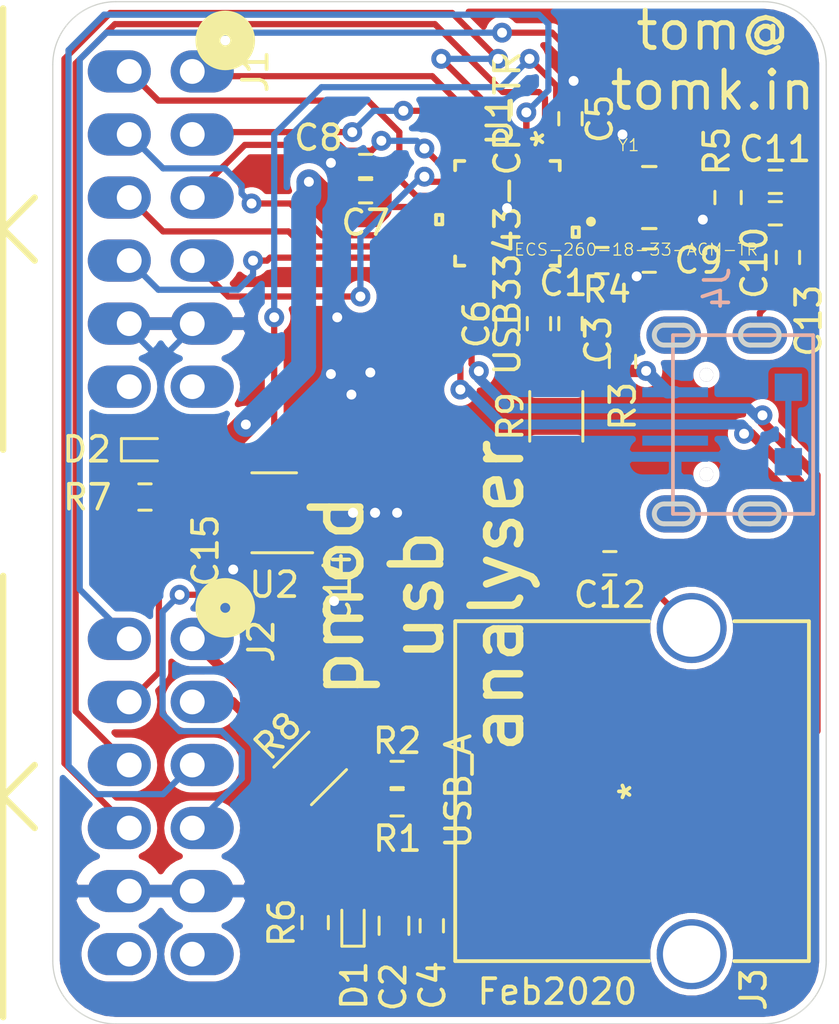
<source format=kicad_pcb>
(kicad_pcb (version 20171130) (host pcbnew 5.1.4+dfsg1-1)
  (layers (0 F.Cu signal) (31 B.Cu signal) (34 B.Paste user) (35 F.Paste user) (36 B.SilkS user) (37 F.SilkS user) (38 B.Mask user) (39 F.Mask user) (44 Edge.Cuts user))
  (net 0 "")
  (net 1 +3V3)
  (net 2 GND)
  (net 3 "Net-(D1-Pad1)")
  (net 4 "Net-(D2-Pad1)")
  (net 5 "Net-(J2-Pad2)")
  (net 6 USB_DP)
  (net 7 USB_DN)
  (net 8 /VBUS)
  (net 9 /VDD18)
  (net 10 /VDD33)
  (net 11 /ID)
  (net 12 /X0)
  (net 13 /XI)
  (net 14 /J3_SHIELD)
  (net 15 /J4_SHIELD)
  (net 16 /DATA3)
  (net 17 /DATA7)
  (net 18 /DATA2)
  (net 19 /DATA6)
  (net 20 /DATA1)
  (net 21 /DATA5)
  (net 22 /DATA0)
  (net 23 /DATA4)
  (net 24 /STP)
  (net 25 /CLKOUT)
  (net 26 /DIR)
  (net 27 /USER_LED)
  (net 28 /NXT)
  (net 29 /RESETB)
  (net 30 /VBUS_SENSE)
  (net 31 /RBIAS)
  (net 32 /USB_TAP_DP)
  (net 33 VBUS2)
  (net 34 "Net-(J1-Pad6)")
  (net 35 "Net-(J1-Pad12)")
  (net 36 "Net-(J2-Pad6)")
  (net 37 "Net-(J2-Pad12)")
  (net 38 "Net-(J4-Pad4)")
  (net 39 "Net-(U2-Pad4)")
  (net 40 VBUS1)
  (module LEDs:LED_0402 (layer F.Cu) (at 43.815 57.15)
    (fp_text reference D2 (at -2.3495 -0.0127) (layer F.SilkS))
    (fp_text value LED)
    (pad 2 smd rect (at 0.55 0 180) (size 0.6 0.7) (layers F.Cu F.Paste F.Mask) (net 1 +3V3))
    (pad 1 smd rect (at -0.55 0 180) (size 0.6 0.7) (layers F.Cu F.Paste F.Mask) (net 4 "Net-(D2-Pad1)"))
  )
  (module tom-semiconductors:SOT-23-5_HandSoldering (layer F.Cu) (at 49.022 59.69 180)
    (fp_text reference U2 (at 0 -2.9) (layer F.SilkS))
    (fp_text value AP2112K-3.3)
    (pad 5 smd rect (at 1.35 -0.95 180) (size 1.56 0.65) (layers F.Cu F.Paste F.Mask) (net 1 +3V3))
    (pad 4 smd rect (at 1.35 0.95 180) (size 1.56 0.65) (layers F.Cu F.Paste F.Mask) (net 39 "Net-(U2-Pad4)"))
    (pad 3 smd rect (at -1.35 0.95 180) (size 1.56 0.65) (layers F.Cu F.Paste F.Mask) (net 40 VBUS1))
    (pad 2 smd rect (at -1.35 0 180) (size 1.56 0.65) (layers F.Cu F.Paste F.Mask) (net 2 GND))
    (pad 1 smd rect (at -1.35 -0.95 180) (size 1.56 0.65) (layers F.Cu F.Paste F.Mask) (net 40 VBUS1))
  )
  (module tom-passives:C_0402_1005Metric (layer F.Cu) (at 45.085 61.214 270)
    (fp_text reference C15 (at 0 -1.17 90) (layer F.SilkS))
    (fp_text value 1uF)
    (pad 2 smd roundrect (at 0.485 0 270) (size 0.59 0.64) (layers F.Cu F.Paste F.Mask) (net 2 GND))
    (pad 1 smd roundrect (at -0.485 0 270) (size 0.59 0.64) (layers F.Cu F.Paste F.Mask) (net 1 +3V3))
  )
  (module tom-passives:C_0402_1005Metric (layer F.Cu) (at 50.419 62.738 270)
    (fp_text reference C14 (at 0 -1.17 90) (layer F.SilkS))
    (fp_text value 1uF)
    (pad 2 smd roundrect (at 0.485 0 270) (size 0.59 0.64) (layers F.Cu F.Paste F.Mask) (net 2 GND))
    (pad 1 smd roundrect (at -0.485 0 270) (size 0.59 0.64) (layers F.Cu F.Paste F.Mask) (net 40 VBUS1))
  )
  (module Resistors_SMD:R_1206 (layer F.Cu) (at 60.3885 55.806 90)
    (fp_text reference R9 (at 0 -1.85 90) (layer F.SilkS))
    (fp_text value R)
    (pad 1 smd rect (at -1.45 0 90) (size 0.9 1.7) (layers F.Cu F.Paste F.Mask) (net 40 VBUS1))
    (pad 2 smd rect (at 1.45 0 90) (size 0.9 1.7) (layers F.Cu F.Paste F.Mask) (net 33 VBUS2))
  )
  (module Resistors_SMD:R_1206 (layer F.Cu) (at 50.473195 69.986305 45)
    (fp_text reference R8 (at 0 -1.85 45) (layer F.SilkS))
    (fp_text value R)
    (pad 1 smd rect (at -1.45 0 45) (size 0.9 1.7) (layers F.Cu F.Paste F.Mask) (net 8 /VBUS))
    (pad 2 smd rect (at 1.45 0 45) (size 0.9 1.7) (layers F.Cu F.Paste F.Mask) (net 40 VBUS1))
  )
  (module 875832010BLF:87583-2010BLF (layer F.Cu) (at 63.454827 70.912155 90)
    (fp_text reference J3 (at -7.980245 4.883873 90) (layer F.SilkS))
    (fp_text value USB_A (at 0.008055 -7.012627 90) (layer F.SilkS))
    (fp_text user * (at 0 0 90) (layer F.SilkS))
    (pad 5 thru_hole circle (at 6.578055 2.387372 180) (size 2.8194 2.8194) (drill 2.3114) (layers *.Cu *.Mask) (net 14 /J3_SHIELD))
    (pad 5 thru_hole circle (at -6.561945 2.387372 180) (size 2.8194 2.8194) (drill 2.3114) (layers *.Cu *.Mask) (net 14 /J3_SHIELD))
    (pad 4 smd rect (at 3.508055 -1.221427 90) (size 1.12 2.879999) (layers F.Cu F.Paste F.Mask) (net 2 GND))
    (pad 3 smd rect (at 1.008056 -1.221427 90) (size 1.12 2.879999) (layers F.Cu F.Paste F.Mask) (net 6 USB_DP))
    (pad 2 smd rect (at -0.991945 -1.221427 90) (size 1.12 2.879999) (layers F.Cu F.Paste F.Mask) (net 7 USB_DN))
    (pad 1 smd rect (at -3.491945 -1.221427 90) (size 1.12 2.879999) (layers F.Cu F.Paste F.Mask) (net 8 /VBUS))
  )
  (module Capacitors_SMD:C_0402 (layer F.Cu) (at 62.5475 61.722 180)
    (fp_text reference C12 (at 0 -1.27) (layer F.SilkS))
    (fp_text value 0.1uF/6.3V)
    (pad 1 smd rect (at -0.55 0 180) (size 0.6 0.5) (layers F.Cu F.Paste F.Mask) (net 14 /J3_SHIELD))
    (pad 2 smd rect (at 0.55 0 180) (size 0.6 0.5) (layers F.Cu F.Paste F.Mask) (net 2 GND))
  )
  (module ECS-260-18-33-AGM-TR:XTAL_ECS-260-18-33-AGM-TR (layer F.Cu) (at 64.135 46.99)
    (fp_text reference Y1 (at -0.832512 -2.10913) (layer F.SilkS) (effects (font (size 0.480987 0.480987) (thickness 0.05))))
    (fp_text value ECS-260-18-33-AGM-TR (at -0.526667 2.09786) (layer F.SilkS) (effects (font (size 0.480609 0.480609) (thickness 0.05))))
    (pad 4 smd rect (at -1.15 -0.9) (size 1.3 1.1) (layers F.Cu F.Paste F.Mask) (net 2 GND))
    (pad 3 smd rect (at 1.15 -0.9) (size 1.3 1.1) (layers F.Cu F.Paste F.Mask) (net 13 /XI))
    (pad 2 smd rect (at 1.15 0.9) (size 1.3 1.1) (layers F.Cu F.Paste F.Mask) (net 2 GND))
    (pad 1 smd rect (at -1.15 0.9) (size 1.3 1.1) (layers F.Cu F.Paste F.Mask) (net 12 /X0))
  )
  (module footprints:USB3343-CP-TR (layer F.Cu) (at 58.42 47.625 270)
    (fp_text reference U1 (at -3.72872 0.30988 90) (layer F.SilkS))
    (fp_text value USB3343-CP-TR (at 0 0 90) (layer F.SilkS))
    (fp_text user * (at -3.005099 -1.524 90) (layer F.SilkS))
    (pad 25 smd rect (at 0 0 270) (size 2.5908 2.5908) (layers F.Cu F.Paste F.Mask) (net 2 GND))
    (pad 24 smd rect (at -1.27 -1.9661 270) (size 0.2648 0.807999) (layers F.Cu F.Paste F.Mask) (net 24 /STP))
    (pad 23 smd rect (at -0.762 -1.9661 270) (size 0.2648 0.807999) (layers F.Cu F.Paste F.Mask) (net 9 /VDD18))
    (pad 22 smd rect (at -0.254 -1.9661 270) (size 0.2648 0.807999) (layers F.Cu F.Paste F.Mask) (net 29 /RESETB))
    (pad 21 smd rect (at 0.254 -1.9661 270) (size 0.2648 0.807999) (layers F.Cu F.Paste F.Mask) (net 13 /XI))
    (pad 20 smd rect (at 0.762 -1.9661 270) (size 0.2648 0.807999) (layers F.Cu F.Paste F.Mask) (net 12 /X0))
    (pad 19 smd rect (at 1.27 -1.9661 270) (size 0.2648 0.807999) (layers F.Cu F.Paste F.Mask) (net 31 /RBIAS))
    (pad 18 smd rect (at 1.9661 -1.27) (size 0.2648 0.807999) (layers F.Cu F.Paste F.Mask) (net 11 /ID))
    (pad 17 smd rect (at 1.9661 -0.762) (size 0.2648 0.807999) (layers F.Cu F.Paste F.Mask) (net 30 /VBUS_SENSE))
    (pad 16 smd rect (at 1.9661 -0.254) (size 0.2648 0.807999) (layers F.Cu F.Paste F.Mask) (net 33 VBUS2))
    (pad 15 smd rect (at 1.9661 0.254) (size 0.2648 0.807999) (layers F.Cu F.Paste F.Mask) (net 10 /VDD33))
    (pad 14 smd rect (at 1.9661 0.762) (size 0.2648 0.807999) (layers F.Cu F.Paste F.Mask) (net 7 USB_DN))
    (pad 13 smd rect (at 1.9661 1.27) (size 0.2648 0.807999) (layers F.Cu F.Paste F.Mask) (net 6 USB_DP))
    (pad 12 smd rect (at 1.27 1.9661 270) (size 0.2648 0.807999) (layers F.Cu F.Paste F.Mask) (net 17 /DATA7))
    (pad 11 smd rect (at 0.762 1.9661 270) (size 0.2648 0.807999) (layers F.Cu F.Paste F.Mask) (net 19 /DATA6))
    (pad 10 smd rect (at 0.254 1.9661 270) (size 0.2648 0.807999) (layers F.Cu F.Paste F.Mask) (net 21 /DATA5))
    (pad 9 smd rect (at -0.254 1.9661 270) (size 0.2648 0.807999) (layers F.Cu F.Paste F.Mask) (net 1 +3V3))
    (pad 8 smd rect (at -0.762 1.9661 270) (size 0.2648 0.807999) (layers F.Cu F.Paste F.Mask) (net 23 /DATA4))
    (pad 7 smd rect (at -1.27 1.9661 270) (size 0.2648 0.807999) (layers F.Cu F.Paste F.Mask) (net 16 /DATA3))
    (pad 6 smd rect (at -1.9661 1.27) (size 0.2648 0.807999) (layers F.Cu F.Paste F.Mask) (net 18 /DATA2))
    (pad 5 smd rect (at -1.9661 0.762) (size 0.2648 0.807999) (layers F.Cu F.Paste F.Mask) (net 20 /DATA1))
    (pad 4 smd rect (at -1.9661 0.254) (size 0.2648 0.807999) (layers F.Cu F.Paste F.Mask) (net 22 /DATA0))
    (pad 3 smd rect (at -1.9661 -0.254) (size 0.2648 0.807999) (layers F.Cu F.Paste F.Mask) (net 28 /NXT))
    (pad 2 smd rect (at -1.9661 -0.762) (size 0.2648 0.807999) (layers F.Cu F.Paste F.Mask) (net 25 /CLKOUT))
    (pad 1 smd rect (at -1.9661 -1.27) (size 0.2648 0.807999) (layers F.Cu F.Paste F.Mask) (net 26 /DIR))
  )
  (module Resistors_SMD:R_0402 (layer F.Cu) (at 43.815 59.055)
    (fp_text reference R7 (at -2.3241 0.0127) (layer F.SilkS))
    (fp_text value 330R)
    (pad 1 smd rect (at -0.45 0) (size 0.4 0.6) (layers F.Cu F.Paste F.Mask) (net 4 "Net-(D2-Pad1)"))
    (pad 2 smd rect (at 0.45 0) (size 0.4 0.6) (layers F.Cu F.Paste F.Mask) (net 27 /USER_LED))
  )
  (module Resistors_SMD:R_0402 (layer F.Cu) (at 50.673 76.2 90)
    (fp_text reference R6 (at 0 -1.35 90) (layer F.SilkS))
    (fp_text value 1K)
    (pad 1 smd rect (at -0.45 0 90) (size 0.4 0.6) (layers F.Cu F.Paste F.Mask) (net 3 "Net-(D1-Pad1)"))
    (pad 2 smd rect (at 0.45 0 90) (size 0.4 0.6) (layers F.Cu F.Paste F.Mask) (net 2 GND))
  )
  (module Resistors_SMD:R_0402 (layer F.Cu) (at 67.31 46.99 90)
    (fp_text reference R5 (at 1.87452 -0.4572 90) (layer F.SilkS))
    (fp_text value 1M)
    (pad 1 smd rect (at -0.45 0 90) (size 0.4 0.6) (layers F.Cu F.Paste F.Mask) (net 12 /X0))
    (pad 2 smd rect (at 0.45 0 90) (size 0.4 0.6) (layers F.Cu F.Paste F.Mask) (net 13 /XI))
  )
  (module Resistors_SMD:R_0402 (layer F.Cu) (at 62.23 49.53 180)
    (fp_text reference R4 (at -0.19304 -1.17348) (layer F.SilkS))
    (fp_text value 8k06/1%)
    (pad 1 smd rect (at -0.45 0 180) (size 0.4 0.6) (layers F.Cu F.Paste F.Mask) (net 2 GND))
    (pad 2 smd rect (at 0.45 0 180) (size 0.4 0.6) (layers F.Cu F.Paste F.Mask) (net 31 /RBIAS))
  )
  (module Resistors_SMD:R_0402 (layer F.Cu) (at 63.0555 53.594 270)
    (fp_text reference R3 (at 1.8034 -0.0127 90) (layer F.SilkS))
    (fp_text value 10k)
    (pad 1 smd rect (at -0.45 0 270) (size 0.4 0.6) (layers F.Cu F.Paste F.Mask) (net 30 /VBUS_SENSE))
    (pad 2 smd rect (at 0.45 0 270) (size 0.4 0.6) (layers F.Cu F.Paste F.Mask) (net 33 VBUS2))
  )
  (module Resistors_SMD:R_0402 (layer F.Cu) (at 53.975 70.231)
    (fp_text reference R2 (at 0 -1.35) (layer F.SilkS))
    (fp_text value 1k)
    (pad 1 smd rect (at -0.45 0) (size 0.4 0.6) (layers F.Cu F.Paste F.Mask) (net 32 /USB_TAP_DP))
    (pad 2 smd rect (at 0.45 0) (size 0.4 0.6) (layers F.Cu F.Paste F.Mask) (net 6 USB_DP))
  )
  (module Resistors_SMD:R_0402 (layer F.Cu) (at 53.975 71.374)
    (fp_text reference R1 (at 0.0127 1.4478) (layer F.SilkS))
    (fp_text value 1k)
    (pad 1 smd rect (at -0.45 0) (size 0.4 0.6) (layers F.Cu F.Paste F.Mask) (net 5 "Net-(J2-Pad2)"))
    (pad 2 smd rect (at 0.45 0) (size 0.4 0.6) (layers F.Cu F.Paste F.Mask) (net 7 USB_DN))
  )
  (module tom-connectors:USB_MICRO_TAOBAO_SMD_PTH (layer B.Cu) (at 70.739 56.134 270)
    (fp_text reference J4 (at -5.49148 3.87096 270) (layer B.SilkS) (effects (justify mirror)))
    (fp_text value USB_B_Micro hide)
    (fp_line (start 4 2.53) (end 4 1.77) (layer Edge.Cuts) (width 0.2))
    (fp_arc (start 3.6 6) (end 4 6) (angle 180) (layer Edge.Cuts) (width 0.2))
    (fp_line (start 4 6) (end 4 5.24) (layer Edge.Cuts) (width 0.2))
    (fp_line (start 3.2 6) (end 3.2 5.24) (layer Edge.Cuts) (width 0.2))
    (fp_arc (start 3.6 5.24) (end 4 5.24) (angle -180) (layer Edge.Cuts) (width 0.2))
    (fp_arc (start 3.6 2.53) (end 4 2.53) (angle 180) (layer Edge.Cuts) (width 0.2))
    (fp_arc (start 3.6 1.77) (end 4 1.77) (angle -180) (layer Edge.Cuts) (width 0.2))
    (fp_line (start 3.2 2.53) (end 3.2 1.77) (layer Edge.Cuts) (width 0.2))
    (fp_arc (start -3.6 2.53) (end -3.2 2.53) (angle 180) (layer Edge.Cuts) (width 0.2))
    (fp_line (start -3.2 2.53) (end -3.2 1.77) (layer Edge.Cuts) (width 0.2))
    (fp_line (start -4 2.53) (end -4 1.77) (layer Edge.Cuts) (width 0.2))
    (fp_arc (start -3.6 1.77) (end -3.2 1.77) (angle -180) (layer Edge.Cuts) (width 0.2))
    (fp_line (start -4 6) (end -4 5.24) (layer Edge.Cuts) (width 0.2))
    (fp_line (start -3.2 6) (end -3.2 5.24) (layer Edge.Cuts) (width 0.2))
    (fp_arc (start -3.6 5.24) (end -3.2 5.24) (angle -180) (layer Edge.Cuts) (width 0.2))
    (fp_arc (start -3.6 6) (end -3.2 6) (angle 180) (layer Edge.Cuts) (width 0.2))
    (pad 6 smd rect (at -1.5 1 270) (size 1.1 1.1) (layers B.Cu B.Paste B.Mask) (net 15 /J4_SHIELD))
    (pad 6 smd rect (at 1.5 1 270) (size 1.1 1.1) (layers B.Cu B.Paste B.Mask) (net 15 /J4_SHIELD))
    (pad 3 smd rect (at 0 5.56 270) (size 0.4 2.65) (layers B.Cu B.Paste B.Mask) (net 6 USB_DP))
    (pad LOCATE thru_hole circle (at -2 4.3 270) (size 0.55 0.55) (drill 0.55) (layers *.Cu *.Mask))
    (pad LOCATE thru_hole circle (at 2 4.3 270) (size 0.55 0.55) (drill 0.55) (layers *.Cu *.Mask))
    (pad 2 smd rect (at -0.65 5.56 270) (size 0.4 2.65) (layers B.Cu B.Paste B.Mask) (net 7 USB_DN))
    (pad 1 smd rect (at -1.3 5.56 270) (size 0.4 2.65) (layers B.Cu B.Paste B.Mask) (net 33 VBUS2))
    (pad 4 smd rect (at 0.65 5.56 270) (size 0.4 2.65) (layers B.Cu B.Paste B.Mask) (net 38 "Net-(J4-Pad4)"))
    (pad 5 smd rect (at 1.3 5.56 270) (size 0.4 2.65) (layers B.Cu B.Paste B.Mask) (net 2 GND))
    (pad 6 smd oval (at -3.6 2.15 270) (size 1.5 2.2) (layers B.Cu B.Mask) (net 15 /J4_SHIELD))
    (pad 6 smd oval (at 3.6 2.15 270) (size 1.5 2.2) (layers B.Cu B.Mask) (net 15 /J4_SHIELD))
    (pad 6 smd oval (at 3.6 5.62 270) (size 1.5 2.2) (layers B.Cu B.Mask) (net 15 /J4_SHIELD))
    (pad 6 smd oval (at -3.6 5.62 270) (size 1.5 2.2) (layers B.Cu B.Mask) (net 15 /J4_SHIELD))
    (pad 6 smd oval (at -3.6 5.62 270) (size 1.5 2.2) (layers F.Cu F.Mask) (net 15 /J4_SHIELD))
    (pad 6 smd oval (at -3.6 2.15 270) (size 1.5 2.2) (layers F.Cu F.Mask) (net 15 /J4_SHIELD))
    (pad 6 smd oval (at 3.6 5.62 270) (size 1.5 2.2) (layers F.Cu F.Mask) (net 15 /J4_SHIELD))
    (pad 6 smd oval (at 3.6 2.15 270) (size 1.5 2.2) (layers F.Cu F.Mask) (net 15 /J4_SHIELD))
  )
  (module tom-connectors:PMOD_2X6_PTH_RA_PLUG (layer F.Cu) (at 44.45 71.12 270)
    (fp_text reference J2 (at -6.25348 -4.05384 90) (layer F.SilkS))
    (fp_text value PMOD-2x6-MALE hide)
    (pad 6 thru_hole oval (at 6.35 -1.27 180) (size 2.54 1.7) (drill 1 (offset -0.4 0)) (layers *.Cu *.Mask) (net 36 "Net-(J2-Pad6)"))
    (pad 12 thru_hole oval (at 6.35 1.27 180) (size 2.54 1.7) (drill 1 (offset 0.4 0)) (layers *.Cu *.Mask) (net 37 "Net-(J2-Pad12)"))
    (pad 5 thru_hole oval (at 3.81 -1.27 180) (size 2.54 1.7) (drill 1 (offset -0.4 0)) (layers *.Cu *.Mask) (net 2 GND))
    (pad 11 thru_hole oval (at 3.81 1.27 180) (size 2.54 1.7) (drill 1 (offset 0.4 0)) (layers *.Cu *.Mask) (net 2 GND))
    (pad 4 thru_hole oval (at 1.27 -1.27 180) (size 2.54 1.7) (drill 1 (offset -0.4 0)) (layers *.Cu *.Mask) (net 24 /STP))
    (pad 10 thru_hole oval (at 1.27 1.27 180) (size 2.54 1.7) (drill 1 (offset 0.4 0)) (layers *.Cu *.Mask) (net 28 /NXT))
    (pad 3 thru_hole oval (at -1.27 -1.27 180) (size 2.54 1.7) (drill 1 (offset -0.4 0)) (layers *.Cu *.Mask) (net 25 /CLKOUT))
    (pad 9 thru_hole oval (at -1.27 1.27 180) (size 2.54 1.7) (drill 1 (offset 0.4 0)) (layers *.Cu *.Mask) (net 26 /DIR))
    (pad 2 thru_hole oval (at -3.81 -1.27 180) (size 2.54 1.7) (drill 1 (offset -0.4 0)) (layers *.Cu *.Mask) (net 5 "Net-(J2-Pad2)"))
    (pad 8 thru_hole oval (at -3.81 1.27 180) (size 2.54 1.7) (drill 1 (offset 0.4 0)) (layers *.Cu *.Mask) (net 27 /USER_LED))
    (pad 1 thru_hole oval (at -6.35 -1.27 180) (size 2.54 1.7) (drill 1 (offset -0.4 0)) (layers *.Cu *.Mask) (net 32 /USB_TAP_DP))
    (pad 7 thru_hole oval (at -6.35 1.27 180) (size 2.54 1.7) (drill 1 (offset 0.4 0)) (layers *.Cu *.Mask) (net 29 /RESETB))
  )
  (module tom-connectors:PMOD_2X6_PTH_RA_PLUG (layer F.Cu) (at 44.45 48.26 270)
    (fp_text reference J1 (at -6.35 -3.81 90) (layer F.SilkS))
    (fp_text value PMOD-2x6-MALE hide)
    (pad 6 thru_hole oval (at 6.35 -1.27 180) (size 2.54 1.7) (drill 1 (offset -0.4 0)) (layers *.Cu *.Mask) (net 34 "Net-(J1-Pad6)"))
    (pad 12 thru_hole oval (at 6.35 1.27 180) (size 2.54 1.7) (drill 1 (offset 0.4 0)) (layers *.Cu *.Mask) (net 35 "Net-(J1-Pad12)"))
    (pad 5 thru_hole oval (at 3.81 -1.27 180) (size 2.54 1.7) (drill 1 (offset -0.4 0)) (layers *.Cu *.Mask) (net 2 GND))
    (pad 11 thru_hole oval (at 3.81 1.27 180) (size 2.54 1.7) (drill 1 (offset 0.4 0)) (layers *.Cu *.Mask) (net 2 GND))
    (pad 4 thru_hole oval (at 1.27 -1.27 180) (size 2.54 1.7) (drill 1 (offset -0.4 0)) (layers *.Cu *.Mask) (net 16 /DATA3))
    (pad 10 thru_hole oval (at 1.27 1.27 180) (size 2.54 1.7) (drill 1 (offset 0.4 0)) (layers *.Cu *.Mask) (net 17 /DATA7))
    (pad 3 thru_hole oval (at -1.27 -1.27 180) (size 2.54 1.7) (drill 1 (offset -0.4 0)) (layers *.Cu *.Mask) (net 18 /DATA2))
    (pad 9 thru_hole oval (at -1.27 1.27 180) (size 2.54 1.7) (drill 1 (offset 0.4 0)) (layers *.Cu *.Mask) (net 19 /DATA6))
    (pad 2 thru_hole oval (at -3.81 -1.27 180) (size 2.54 1.7) (drill 1 (offset -0.4 0)) (layers *.Cu *.Mask) (net 20 /DATA1))
    (pad 8 thru_hole oval (at -3.81 1.27 180) (size 2.54 1.7) (drill 1 (offset 0.4 0)) (layers *.Cu *.Mask) (net 21 /DATA5))
    (pad 1 thru_hole oval (at -6.35 -1.27 180) (size 2.54 1.7) (drill 1 (offset -0.4 0)) (layers *.Cu *.Mask) (net 22 /DATA0))
    (pad 7 thru_hole oval (at -6.35 1.27 180) (size 2.54 1.7) (drill 1 (offset 0.4 0)) (layers *.Cu *.Mask) (net 23 /DATA4))
  )
  (module LEDs:LED_0402 (layer F.Cu) (at 52.197 76.2 90)
    (fp_text reference D1 (at -2.5273 0.0508 90) (layer F.SilkS))
    (fp_text value LED)
    (pad 2 smd rect (at 0.55 0 270) (size 0.6 0.7) (layers F.Cu F.Paste F.Mask) (net 8 /VBUS))
    (pad 1 smd rect (at -0.55 0 270) (size 0.6 0.7) (layers F.Cu F.Paste F.Mask) (net 3 "Net-(D1-Pad1)"))
  )
  (module Capacitors_SMD:C_0402 (layer F.Cu) (at 69.723 49.403 90)
    (fp_text reference C13 (at -2.55016 0.83312 90) (layer F.SilkS))
    (fp_text value 0.1uF/6.3V)
    (pad 1 smd rect (at -0.55 0 90) (size 0.6 0.5) (layers F.Cu F.Paste F.Mask) (net 15 /J4_SHIELD))
    (pad 2 smd rect (at 0.55 0 90) (size 0.6 0.5) (layers F.Cu F.Paste F.Mask) (net 2 GND))
  )
  (module Capacitors_SMD:C_0402 (layer F.Cu) (at 69.215 46.355)
    (fp_text reference C11 (at -0.01016 -1.31572) (layer F.SilkS))
    (fp_text value 18pF)
    (pad 1 smd rect (at -0.55 0) (size 0.6 0.5) (layers F.Cu F.Paste F.Mask) (net 13 /XI))
    (pad 2 smd rect (at 0.55 0) (size 0.6 0.5) (layers F.Cu F.Paste F.Mask) (net 2 GND))
  )
  (module Capacitors_SMD:C_0402 (layer F.Cu) (at 69.215 47.625)
    (fp_text reference C10 (at -0.84328 1.99644 90) (layer F.SilkS))
    (fp_text value 18pF)
    (pad 1 smd rect (at -0.55 0) (size 0.6 0.5) (layers F.Cu F.Paste F.Mask) (net 12 /X0))
    (pad 2 smd rect (at 0.55 0) (size 0.6 0.5) (layers F.Cu F.Paste F.Mask) (net 2 GND))
  )
  (module Capacitors_SMD:C_0402 (layer F.Cu) (at 64.135 49.53 180)
    (fp_text reference C9 (at -1.99136 0) (layer F.SilkS))
    (fp_text value 0.1uF)
    (pad 1 smd rect (at -0.55 0 180) (size 0.6 0.5) (layers F.Cu F.Paste F.Mask) (net 11 /ID))
    (pad 2 smd rect (at 0.55 0 180) (size 0.6 0.5) (layers F.Cu F.Paste F.Mask) (net 2 GND))
  )
  (module Capacitors_SMD:C_0402 (layer F.Cu) (at 52.705 45.72 180)
    (fp_text reference C8 (at 1.89992 1.13792) (layer F.SilkS))
    (fp_text value 1uF)
    (pad 1 smd rect (at -0.55 0 180) (size 0.6 0.5) (layers F.Cu F.Paste F.Mask) (net 1 +3V3))
    (pad 2 smd rect (at 0.55 0 180) (size 0.6 0.5) (layers F.Cu F.Paste F.Mask) (net 2 GND))
  )
  (module Capacitors_SMD:C_0402 (layer F.Cu) (at 52.705 46.736 180)
    (fp_text reference C7 (at 0 -1.27) (layer F.SilkS))
    (fp_text value 0.1uF)
    (pad 1 smd rect (at -0.55 0 180) (size 0.6 0.5) (layers F.Cu F.Paste F.Mask) (net 1 +3V3))
    (pad 2 smd rect (at 0.55 0 180) (size 0.6 0.5) (layers F.Cu F.Paste F.Mask) (net 2 GND))
  )
  (module Capacitors_SMD:C_0402 (layer F.Cu) (at 58.42 52.07 270)
    (fp_text reference C6 (at 0.0127 1.2446 90) (layer F.SilkS))
    (fp_text value 1uF)
    (pad 1 smd rect (at -0.55 0 270) (size 0.6 0.5) (layers F.Cu F.Paste F.Mask) (net 10 /VDD33))
    (pad 2 smd rect (at 0.55 0 270) (size 0.6 0.5) (layers F.Cu F.Paste F.Mask) (net 2 GND))
  )
  (module Capacitors_SMD:C_0402 (layer F.Cu) (at 60.96 43.815 90)
    (fp_text reference C5 (at -0.00508 1.18364 90) (layer F.SilkS))
    (fp_text value 1uF)
    (pad 1 smd rect (at -0.55 0 90) (size 0.6 0.5) (layers F.Cu F.Paste F.Mask) (net 9 /VDD18))
    (pad 2 smd rect (at 0.55 0 90) (size 0.6 0.5) (layers F.Cu F.Paste F.Mask) (net 2 GND))
  )
  (module Capacitors_SMD:C_0402 (layer F.Cu) (at 55.372 76.327 270)
    (fp_text reference C4 (at 2.4003 -0.0254 90) (layer F.SilkS))
    (fp_text value 1uF)
    (pad 1 smd rect (at -0.55 0 270) (size 0.6 0.5) (layers F.Cu F.Paste F.Mask) (net 8 /VBUS))
    (pad 2 smd rect (at 0.55 0 270) (size 0.6 0.5) (layers F.Cu F.Paste F.Mask) (net 2 GND))
  )
  (module Capacitors_SMD:C_0402 (layer F.Cu) (at 60.96 52.07 270)
    (fp_text reference C3 (at 0.6604 -1.1176 270) (layer F.SilkS))
    (fp_text value 0.1uF)
    (pad 1 smd rect (at -0.55 0 270) (size 0.6 0.5) (layers F.Cu F.Paste F.Mask) (net 33 VBUS2))
    (pad 2 smd rect (at 0.55 0 270) (size 0.6 0.5) (layers F.Cu F.Paste F.Mask) (net 2 GND))
  )
  (module Capacitors_SMD:C_0603 (layer F.Cu) (at 53.848 76.327 270)
    (fp_text reference C2 (at 2.4638 0.0254 90) (layer F.SilkS))
    (fp_text value 10uF)
    (pad 2 smd rect (at 0.75 0 270) (size 0.8 0.75) (layers F.Cu F.Paste F.Mask) (net 2 GND))
    (pad 1 smd rect (at -0.75 0 270) (size 0.8 0.75) (layers F.Cu F.Paste F.Mask) (net 8 /VBUS))
  )
  (module Capacitors_SMD:C_0402 (layer F.Cu) (at 59.69 52.07 270)
    (fp_text reference C1 (at -1.63576 -0.98552 180) (layer F.SilkS))
    (fp_text value 0.1uF)
    (pad 1 smd rect (at -0.55 0 270) (size 0.6 0.5) (layers F.Cu F.Paste F.Mask) (net 33 VBUS2))
    (pad 2 smd rect (at 0.55 0 270) (size 0.6 0.5) (layers F.Cu F.Paste F.Mask) (net 2 GND))
  )
  (gr_text Feb2020 (at 60.43168 78.98384) (layer F.SilkS) (effects (font (size 1 1))))
  (gr_text "tom@\ntomk.in" (at 66.68516 41.46804) (layer F.SilkS) (effects (font (size 1.5 1.5) (thickness 0.2))))
  (gr_text "pmod\nusb\nanalyser" (at 54.78272 63.03264 90) (layer F.SilkS) (effects (font (size 2 2) (thickness 0.3))))
  (gr_arc (start 68.725 77.74) (end 68.725 80.28) (angle -90) (layer Edge.Cuts) (width 0.05))
  (gr_line (start 71.264 77.74) (end 71.264 41.64) (layer Edge.Cuts) (width 0.05))
  (gr_arc (start 68.725 41.64) (end 68.725 39.1) (angle 90) (layer Edge.Cuts) (width 0.05))
  (gr_line (start 42.64 80.28) (end 68.725 80.28) (layer Edge.Cuts) (width 0.05))
  (gr_line (start 42.64 39.1) (end 68.725 39.1) (layer Edge.Cuts) (width 0.05))
  (gr_line (start 40.1 41.64) (end 40.1 77.74) (layer Edge.Cuts) (width 0.05))
  (gr_arc (start 42.64 41.64) (end 42.64 39.1) (angle -90) (layer Edge.Cuts) (width 0.05))
  (gr_arc (start 42.64 77.74) (end 40.1 77.74) (angle -90) (layer Edge.Cuts) (width 0.05))
  (segment (start 59.69 51.47) (end 59.69 51.52) (width 0.25) (layer F.Cu) (net 33))
  (segment (start 58.674 50.454) (end 59.69 51.47) (width 0.25) (layer F.Cu) (net 33))
  (segment (start 58.674 49.5911) (end 58.674 50.454) (width 0.25) (layer F.Cu) (net 33))
  (segment (start 53.255 47.236) (end 53.255 46.736) (width 0.25) (layer F.Cu) (net 1))
  (segment (start 56.4539 47.371) (end 53.39 47.371) (width 0.25) (layer F.Cu) (net 1))
  (segment (start 53.39 47.371) (end 53.255 47.236) (width 0.25) (layer F.Cu) (net 1))
  (segment (start 53.255 46.736) (end 53.255 45.72) (width 0.25) (layer F.Cu) (net 1))
  (segment (start 45.72 54.61) (end 46.192045 54.61) (width 1) (layer B.Cu) (net 34))
  (via (at 50.419 46.355) (size 0.8) (drill 0.4) (layers F.Cu B.Cu) (net 1))
  (segment (start 53.255 47.446002) (end 53.255 46.736) (width 1) (layer F.Cu) (net 1))
  (segment (start 53.015001 47.686001) (end 53.255 47.446002) (width 1) (layer F.Cu) (net 1))
  (segment (start 51.294999 47.686001) (end 53.015001 47.686001) (width 1) (layer F.Cu) (net 1))
  (segment (start 50.818999 47.210001) (end 51.294999 47.686001) (width 1) (layer F.Cu) (net 1))
  (segment (start 50.419 46.355) (end 50.818999 46.754999) (width 1) (layer F.Cu) (net 1))
  (segment (start 50.818999 46.754999) (end 50.818999 47.210001) (width 1) (layer F.Cu) (net 1))
  (via (at 47.879 56.134) (size 0.8) (drill 0.4) (layers F.Cu B.Cu) (net 1))
  (segment (start 45.892 58.121) (end 47.879 56.134) (width 1) (layer F.Cu) (net 1))
  (segment (start 45.892 59.315) (end 45.892 58.121) (width 1) (layer F.Cu) (net 1))
  (segment (start 47.672 60.64) (end 47.217 60.64) (width 1) (layer F.Cu) (net 1))
  (segment (start 47.217 60.64) (end 45.892 59.315) (width 1) (layer F.Cu) (net 1))
  (segment (start 50.419 46.920685) (end 50.419 46.355) (width 1) (layer B.Cu) (net 1))
  (segment (start 50.207999 47.131686) (end 50.419 46.920685) (width 1) (layer B.Cu) (net 1))
  (segment (start 50.207999 53.805001) (end 50.207999 47.131686) (width 1) (layer B.Cu) (net 1))
  (segment (start 47.879 56.134) (end 50.207999 53.805001) (width 1) (layer B.Cu) (net 1))
  (segment (start 45.892 57.377) (end 45.892 58.121) (width 1) (layer F.Cu) (net 1))
  (segment (start 45.665 57.15) (end 45.892 57.377) (width 1) (layer F.Cu) (net 1))
  (segment (start 44.365 57.15) (end 45.665 57.15) (width 1) (layer F.Cu) (net 1))
  (segment (start 45.892 59.922) (end 45.20002 60.61398) (width 1) (layer F.Cu) (net 1))
  (segment (start 45.892 59.315) (end 45.892 59.922) (width 1) (layer F.Cu) (net 1))
  (via (at 66.294 47.879) (size 0.8) (drill 0.4) (layers F.Cu B.Cu) (net 2))
  (segment (start 65.285 47.89) (end 66.283 47.89) (width 0.25) (layer F.Cu) (net 2))
  (segment (start 66.283 47.89) (end 66.294 47.879) (width 0.25) (layer F.Cu) (net 2))
  (via (at 61.087 42.291) (size 0.8) (drill 0.4) (layers F.Cu B.Cu) (net 2))
  (segment (start 60.96 42.418) (end 61.087 42.291) (width 0.25) (layer F.Cu) (net 2))
  (segment (start 60.96 43.265) (end 60.96 42.418) (width 0.25) (layer F.Cu) (net 2))
  (segment (start 62.68 49.53) (end 63.585 49.53) (width 0.25) (layer F.Cu) (net 2))
  (via (at 63.627 50.165) (size 0.8) (drill 0.4) (layers F.Cu B.Cu) (net 2))
  (segment (start 63.585 50.123) (end 63.627 50.165) (width 0.25) (layer F.Cu) (net 2))
  (segment (start 63.585 49.53) (end 63.585 50.123) (width 0.25) (layer F.Cu) (net 2))
  (segment (start 52.155 46.736) (end 52.155 45.72) (width 0.25) (layer F.Cu) (net 2))
  (segment (start 51.435 45.72) (end 51.308 45.593) (width 0.25) (layer F.Cu) (net 2))
  (via (at 51.308 45.593) (size 0.8) (drill 0.4) (layers F.Cu B.Cu) (net 2))
  (segment (start 52.155 45.72) (end 51.435 45.72) (width 0.25) (layer F.Cu) (net 2))
  (via (at 58.403995 47.41399) (size 0.8) (drill 0.4) (layers F.Cu B.Cu) (net 2))
  (segment (start 61.069 52.729) (end 60.96 52.62) (width 0.25) (layer F.Cu) (net 2))
  (via (at 51.562 51.816) (size 0.8) (drill 0.4) (layers F.Cu B.Cu) (net 2))
  (via (at 51.308 54.102) (size 0.8) (drill 0.4) (layers F.Cu B.Cu) (net 2))
  (via (at 52.8955 54.0385) (size 0.8) (drill 0.4) (layers F.Cu B.Cu) (net 2))
  (via (at 52.1335 54.9275) (size 0.8) (drill 0.4) (layers F.Cu B.Cu) (net 2))
  (segment (start 43.18 52.07) (end 43.18 52.2605) (width 0.25) (layer B.Cu) (net 2))
  (segment (start 43.18 52.2605) (end 44.45 53.5305) (width 0.25) (layer B.Cu) (net 2))
  (segment (start 45.72 52.2605) (end 45.72 52.07) (width 0.25) (layer B.Cu) (net 2))
  (segment (start 44.45 53.5305) (end 45.72 52.2605) (width 0.25) (layer B.Cu) (net 2))
  (via (at 63.0555 44.45) (size 0.8) (drill 0.4) (layers F.Cu B.Cu) (net 2))
  (segment (start 53.494 76.75) (end 53.594 76.65) (width 0.25) (layer F.Cu) (net 2))
  (via (at 52.197 59.69) (size 0.8) (drill 0.4) (layers F.Cu B.Cu) (net 2))
  (via (at 52.197 59.69) (size 0.8) (drill 0.4) (layers F.Cu B.Cu) (net 2))
  (via (at 53.086 59.69) (size 0.8) (drill 0.4) (layers F.Cu B.Cu) (net 2))
  (via (at 53.086 59.69) (size 0.8) (drill 0.4) (layers F.Cu B.Cu) (net 2))
  (via (at 53.975 59.69) (size 0.8) (drill 0.4) (layers F.Cu B.Cu) (net 2))
  (via (at 51.435 63.246) (size 0.8) (drill 0.4) (layers F.Cu B.Cu) (net 2))
  (via (at 47.371 61.976) (size 0.8) (drill 0.4) (layers F.Cu B.Cu) (net 2))
  (segment (start 50.773 76.75) (end 50.673 76.65) (width 0.25) (layer F.Cu) (net 3))
  (segment (start 52.197 76.75) (end 50.773 76.75) (width 0.25) (layer F.Cu) (net 3))
  (segment (start 43.365 57.25) (end 43.265 57.15) (width 0.25) (layer F.Cu) (net 4))
  (segment (start 43.365 59.055) (end 43.365 57.25) (width 0.25) (layer F.Cu) (net 4))
  (segment (start 47.340761 67.31) (end 45.72 67.31) (width 0.4) (layer F.Cu) (net 5))
  (segment (start 51.158261 71.1275) (end 47.340761 67.31) (width 0.4) (layer F.Cu) (net 5))
  (segment (start 52.828499 71.1275) (end 51.158261 71.1275) (width 0.4) (layer F.Cu) (net 5))
  (segment (start 53.525 71.374) (end 53.074999 71.374) (width 0.4) (layer F.Cu) (net 5))
  (segment (start 53.074999 71.374) (end 52.828499 71.1275) (width 0.4) (layer F.Cu) (net 5))
  (segment (start 61.2434 70.894099) (end 60.4334 70.894099) (width 0.5) (layer F.Cu) (net 6))
  (segment (start 62.2334 69.904099) (end 61.2434 70.894099) (width 0.5) (layer F.Cu) (net 6))
  (segment (start 60.4334 70.894099) (end 60.123399 71.2041) (width 0.5) (layer F.Cu) (net 6))
  (segment (start 60.123399 71.2041) (end 55.3981 71.2041) (width 0.5) (layer F.Cu) (net 6))
  (segment (start 55.3981 71.2041) (end 54.425 70.231) (width 0.5) (layer F.Cu) (net 6))
  (segment (start 56.807612 54.727232) (end 56.524768 54.727232) (width 0.4) (layer B.Cu) (net 6))
  (segment (start 58.21438 56.134) (end 56.807612 54.727232) (width 0.4) (layer B.Cu) (net 6))
  (segment (start 65.179 56.134) (end 58.21438 56.134) (width 0.4) (layer B.Cu) (net 6))
  (via (at 56.524768 54.727232) (size 0.8) (drill 0.4) (layers F.Cu B.Cu) (net 6))
  (segment (start 65.068401 70.5791) (end 67.80228 70.5791) (width 0.4) (layer F.Cu) (net 6))
  (segment (start 62.2334 69.904099) (end 64.3934 69.904099) (width 0.4) (layer F.Cu) (net 6))
  (segment (start 64.3934 69.904099) (end 65.068401 70.5791) (width 0.4) (layer F.Cu) (net 6))
  (segment (start 67.80228 70.5791) (end 70.19 68.19138) (width 0.4) (layer F.Cu) (net 6))
  (segment (start 70.19 68.19138) (end 70.19 58.45762) (width 0.4) (layer F.Cu) (net 6))
  (segment (start 68.237612 56.505232) (end 67.954768 56.505232) (width 0.4) (layer F.Cu) (net 6))
  (segment (start 70.19 58.45762) (end 68.237612 56.505232) (width 0.4) (layer F.Cu) (net 6))
  (via (at 67.954768 56.505232) (size 0.8) (drill 0.4) (layers F.Cu B.Cu) (net 6))
  (segment (start 67.86638 56.134) (end 65.179 56.134) (width 0.4) (layer B.Cu) (net 6))
  (segment (start 67.954768 56.505232) (end 67.954768 56.222388) (width 0.4) (layer B.Cu) (net 6))
  (segment (start 67.954768 56.222388) (end 67.86638 56.134) (width 0.4) (layer B.Cu) (net 6))
  (segment (start 57.15 50.1971) (end 57.15 49.5911) (width 0.25) (layer F.Cu) (net 6))
  (segment (start 56.524768 51.234032) (end 57.179 50.5798) (width 0.25) (layer F.Cu) (net 6))
  (segment (start 57.179 50.2261) (end 57.15 50.1971) (width 0.25) (layer F.Cu) (net 6))
  (segment (start 57.179 50.5798) (end 57.179 50.2261) (width 0.25) (layer F.Cu) (net 6))
  (segment (start 56.524768 54.727232) (end 56.524768 51.234032) (width 0.25) (layer F.Cu) (net 6))
  (segment (start 55.10815 71.9041) (end 54.57805 71.374) (width 0.5) (layer F.Cu) (net 7))
  (segment (start 54.57805 71.374) (end 54.425 71.374) (width 0.5) (layer F.Cu) (net 7))
  (segment (start 62.2334 71.9041) (end 55.10815 71.9041) (width 0.5) (layer F.Cu) (net 7))
  (segment (start 57.267232 54.267612) (end 57.267232 53.984768) (width 0.4) (layer B.Cu) (net 7))
  (segment (start 58.48362 55.484) (end 57.267232 54.267612) (width 0.4) (layer B.Cu) (net 7))
  (segment (start 65.179 55.484) (end 58.48362 55.484) (width 0.4) (layer B.Cu) (net 7))
  (via (at 57.267232 53.984768) (size 0.8) (drill 0.4) (layers F.Cu B.Cu) (net 7))
  (segment (start 62.2334 71.9041) (end 64.3934 71.9041) (width 0.4) (layer F.Cu) (net 7))
  (segment (start 65.068401 71.229099) (end 68.071521 71.229099) (width 0.4) (layer F.Cu) (net 7))
  (segment (start 64.3934 71.9041) (end 65.068401 71.229099) (width 0.4) (layer F.Cu) (net 7))
  (segment (start 68.071521 71.229099) (end 70.84 68.46062) (width 0.4) (layer F.Cu) (net 7))
  (segment (start 70.84 68.46062) (end 70.84 58.18838) (width 0.4) (layer F.Cu) (net 7))
  (segment (start 70.84 58.18838) (end 68.697232 56.045612) (width 0.4) (layer F.Cu) (net 7))
  (segment (start 68.697232 56.045612) (end 68.697232 55.762768) (width 0.4) (layer F.Cu) (net 7))
  (via (at 68.697232 55.762768) (size 0.8) (drill 0.4) (layers F.Cu B.Cu) (net 7))
  (segment (start 68.13562 55.484) (end 65.179 55.484) (width 0.4) (layer B.Cu) (net 7))
  (segment (start 68.414388 55.762768) (end 68.13562 55.484) (width 0.4) (layer B.Cu) (net 7))
  (segment (start 68.697232 55.762768) (end 68.414388 55.762768) (width 0.4) (layer B.Cu) (net 7))
  (segment (start 57.658 50.1971) (end 57.658 49.5911) (width 0.25) (layer F.Cu) (net 7))
  (segment (start 57.629 50.2261) (end 57.658 50.1971) (width 0.25) (layer F.Cu) (net 7))
  (segment (start 57.629 50.7662) (end 57.629 50.2261) (width 0.25) (layer F.Cu) (net 7))
  (segment (start 56.974768 53.692304) (end 56.974768 51.420432) (width 0.25) (layer F.Cu) (net 7))
  (segment (start 56.974768 51.420432) (end 57.629 50.7662) (width 0.25) (layer F.Cu) (net 7))
  (segment (start 57.267232 53.984768) (end 56.974768 53.692304) (width 0.25) (layer F.Cu) (net 7))
  (segment (start 49.44789 71.748006) (end 52.103984 74.4041) (width 0.5) (layer F.Cu) (net 8))
  (segment (start 49.44789 71.01161) (end 49.44789 71.748006) (width 0.5) (layer F.Cu) (net 8))
  (segment (start 52.197 75.65) (end 52.197 74.422) (width 0.5) (layer F.Cu) (net 8))
  (segment (start 59.4539 74.4041) (end 62.2334 74.4041) (width 0.5) (layer F.Cu) (net 8))
  (segment (start 55.372 74.422) (end 55.372 75.777) (width 0.5) (layer F.Cu) (net 8))
  (segment (start 55.3899 74.4041) (end 55.372 74.422) (width 0.5) (layer F.Cu) (net 8))
  (segment (start 55.3899 74.4041) (end 59.4539 74.4041) (width 0.5) (layer F.Cu) (net 8))
  (segment (start 53.848 74.422) (end 53.848 75.577) (width 0.5) (layer F.Cu) (net 8))
  (segment (start 53.8659 74.4041) (end 53.848 74.422) (width 0.5) (layer F.Cu) (net 8))
  (segment (start 52.103984 74.4041) (end 53.8659 74.4041) (width 0.5) (layer F.Cu) (net 8))
  (segment (start 53.8659 74.4041) (end 55.3899 74.4041) (width 0.5) (layer F.Cu) (net 8))
  (segment (start 61.115101 46.747401) (end 61.115101 45.070101) (width 0.25) (layer F.Cu) (net 9))
  (segment (start 61.050101 46.812401) (end 61.115101 46.747401) (width 0.25) (layer F.Cu) (net 9))
  (segment (start 60.3861 46.812401) (end 61.050101 46.812401) (width 0.25) (layer F.Cu) (net 9))
  (segment (start 60.3861 46.863) (end 60.3861 46.812401) (width 0.25) (layer F.Cu) (net 9))
  (segment (start 61.115101 45.070101) (end 60.96 44.915) (width 0.25) (layer F.Cu) (net 9))
  (segment (start 60.96 44.915) (end 60.96 44.365) (width 0.25) (layer F.Cu) (net 9))
  (segment (start 58.166 51.266) (end 58.42 51.52) (width 0.25) (layer F.Cu) (net 10))
  (segment (start 58.166 49.5911) (end 58.166 51.266) (width 0.25) (layer F.Cu) (net 10))
  (segment (start 63.278998 50.890002) (end 63.975002 50.890002) (width 0.25) (layer F.Cu) (net 11))
  (segment (start 59.69 49.5911) (end 60.0724 49.5911) (width 0.25) (layer F.Cu) (net 11))
  (segment (start 60.0724 49.5911) (end 60.726278 50.244978) (width 0.25) (layer F.Cu) (net 11))
  (segment (start 64.685 50.180004) (end 64.685 49.53) (width 0.25) (layer F.Cu) (net 11))
  (segment (start 62.633974 50.244978) (end 63.278998 50.890002) (width 0.25) (layer F.Cu) (net 11))
  (segment (start 63.975002 50.890002) (end 64.685 50.180004) (width 0.25) (layer F.Cu) (net 11))
  (segment (start 60.726278 50.244978) (end 62.633974 50.244978) (width 0.25) (layer F.Cu) (net 11))
  (segment (start 62.488 48.387) (end 62.985 47.89) (width 0.25) (layer F.Cu) (net 12))
  (segment (start 60.3861 48.387) (end 62.488 48.387) (width 0.25) (layer F.Cu) (net 12))
  (segment (start 67.31 47.89) (end 67.31 47.44) (width 0.25) (layer F.Cu) (net 12))
  (segment (start 66.434999 48.765001) (end 67.31 47.89) (width 0.25) (layer F.Cu) (net 12))
  (segment (start 63.960001 48.765001) (end 66.434999 48.765001) (width 0.25) (layer F.Cu) (net 12))
  (segment (start 63.085 47.89) (end 63.960001 48.765001) (width 0.25) (layer F.Cu) (net 12))
  (segment (start 62.985 47.89) (end 63.085 47.89) (width 0.25) (layer F.Cu) (net 12))
  (segment (start 68.48 47.44) (end 68.665 47.625) (width 0.25) (layer F.Cu) (net 12))
  (segment (start 67.31 47.44) (end 68.48 47.44) (width 0.25) (layer F.Cu) (net 12))
  (segment (start 66.86 46.09) (end 67.31 46.54) (width 0.25) (layer F.Cu) (net 13))
  (segment (start 65.285 46.09) (end 66.86 46.09) (width 0.25) (layer F.Cu) (net 13))
  (segment (start 68.48 46.54) (end 68.665 46.355) (width 0.25) (layer F.Cu) (net 13))
  (segment (start 67.31 46.54) (end 68.48 46.54) (width 0.25) (layer F.Cu) (net 13))
  (segment (start 61.256324 47.879) (end 62.170323 46.965001) (width 0.25) (layer F.Cu) (net 13))
  (segment (start 62.170323 46.965001) (end 64.309999 46.965001) (width 0.25) (layer F.Cu) (net 13))
  (segment (start 60.3861 47.879) (end 61.256324 47.879) (width 0.25) (layer F.Cu) (net 13))
  (segment (start 65.185 46.09) (end 65.285 46.09) (width 0.25) (layer F.Cu) (net 13))
  (segment (start 64.309999 46.965001) (end 65.185 46.09) (width 0.25) (layer F.Cu) (net 13))
  (segment (start 63.230099 61.722) (end 63.0975 61.722) (width 0.25) (layer F.Cu) (net 14))
  (segment (start 65.842199 64.3341) (end 63.230099 61.722) (width 0.25) (layer F.Cu) (net 14))
  (segment (start 69.739 57.634) (end 69.739 54.634) (width 0.25) (layer B.Cu) (net 15))
  (segment (start 68.589 51.637) (end 68.589 51.70899) (width 0.25) (layer F.Cu) (net 15))
  (segment (start 69.723 49.953) (end 69.723 50.503) (width 0.25) (layer F.Cu) (net 15))
  (segment (start 69.723 50.503) (end 68.589 51.637) (width 0.25) (layer F.Cu) (net 15))
  (segment (start 55.280333 46.355) (end 55.074756 46.149423) (width 0.25) (layer F.Cu) (net 16))
  (segment (start 56.4539 46.355) (end 55.280333 46.355) (width 0.25) (layer F.Cu) (net 16))
  (via (at 55.074756 46.149423) (size 0.8) (drill 0.4) (layers F.Cu B.Cu) (net 16))
  (via (at 52.49553 50.977819) (size 0.8) (drill 0.4) (layers F.Cu B.Cu) (net 16))
  (segment (start 52.49553 48.59647) (end 52.49553 50.977819) (width 0.25) (layer B.Cu) (net 16))
  (segment (start 54.991 46.101) (end 52.49553 48.59647) (width 0.25) (layer B.Cu) (net 16))
  (segment (start 47.167819 50.977819) (end 52.49553 50.977819) (width 0.25) (layer F.Cu) (net 16))
  (segment (start 45.72 49.53) (end 47.167819 50.977819) (width 0.25) (layer F.Cu) (net 16))
  (via (at 48.16999 49.53) (size 0.8) (drill 0.4) (layers F.Cu B.Cu) (net 17))
  (segment (start 48.16999 50.095685) (end 48.16999 49.53) (width 0.25) (layer B.Cu) (net 17))
  (segment (start 44.35501 50.70501) (end 47.560665 50.70501) (width 0.25) (layer B.Cu) (net 17))
  (segment (start 43.18 49.53) (end 44.35501 50.70501) (width 0.25) (layer B.Cu) (net 17))
  (segment (start 47.560665 50.70501) (end 48.16999 50.095685) (width 0.25) (layer B.Cu) (net 17))
  (segment (start 48.735675 49.53) (end 48.16999 49.53) (width 0.25) (layer F.Cu) (net 17))
  (segment (start 55.799901 48.895) (end 55.283867 49.411034) (width 0.25) (layer F.Cu) (net 17))
  (segment (start 48.854641 49.411034) (end 48.735675 49.53) (width 0.25) (layer F.Cu) (net 17))
  (segment (start 55.283867 49.411034) (end 48.854641 49.411034) (width 0.25) (layer F.Cu) (net 17))
  (segment (start 56.4539 48.895) (end 55.799901 48.895) (width 0.25) (layer F.Cu) (net 17))
  (segment (start 46.99 45.72) (end 45.72 46.99) (width 0.25) (layer F.Cu) (net 18))
  (via (at 53.34 44.704) (size 0.8) (drill 0.4) (layers F.Cu B.Cu) (net 18))
  (via (at 55.074756 45.015489) (size 0.8) (drill 0.4) (layers F.Cu B.Cu) (net 18))
  (segment (start 53.34 44.704) (end 54.763267 44.704) (width 0.25) (layer B.Cu) (net 18))
  (segment (start 54.763267 44.704) (end 55.074756 45.015489) (width 0.25) (layer B.Cu) (net 18))
  (segment (start 55.718167 45.6589) (end 55.074756 45.015489) (width 0.25) (layer F.Cu) (net 18))
  (segment (start 57.15 45.6589) (end 55.718167 45.6589) (width 0.25) (layer F.Cu) (net 18))
  (segment (start 51.892003 45.103999) (end 51.656002 44.867998) (width 0.25) (layer F.Cu) (net 18))
  (segment (start 53.34 44.704) (end 52.940001 45.103999) (width 0.25) (layer F.Cu) (net 18))
  (segment (start 47.842002 44.867998) (end 45.72 46.99) (width 0.25) (layer F.Cu) (net 18))
  (segment (start 52.940001 45.103999) (end 51.892003 45.103999) (width 0.25) (layer F.Cu) (net 18))
  (segment (start 51.656002 44.867998) (end 47.842002 44.867998) (width 0.25) (layer F.Cu) (net 18))
  (segment (start 53.543131 48.961023) (end 50.205872 48.961023) (width 0.25) (layer F.Cu) (net 19))
  (segment (start 56.4539 48.387) (end 54.117153 48.387) (width 0.25) (layer F.Cu) (net 19))
  (segment (start 50.205872 48.961023) (end 49.599839 48.35499) (width 0.25) (layer F.Cu) (net 19))
  (segment (start 44.54499 48.35499) (end 43.18 46.99) (width 0.25) (layer F.Cu) (net 19))
  (segment (start 54.117153 48.387) (end 53.543131 48.961023) (width 0.25) (layer F.Cu) (net 19))
  (segment (start 49.599839 48.35499) (end 44.54499 48.35499) (width 0.25) (layer F.Cu) (net 19))
  (segment (start 57.658 45.004901) (end 56.147904 43.494805) (width 0.25) (layer F.Cu) (net 20))
  (segment (start 56.147904 43.494805) (end 54.229126 43.494805) (width 0.25) (layer F.Cu) (net 20))
  (via (at 54.229126 43.494805) (size 0.8) (drill 0.4) (layers F.Cu B.Cu) (net 20))
  (segment (start 57.658 45.6589) (end 57.658 45.004901) (width 0.25) (layer F.Cu) (net 20))
  (via (at 52.16853 44.355207) (size 0.8) (drill 0.4) (layers F.Cu B.Cu) (net 20))
  (segment (start 45.814793 44.355207) (end 52.16853 44.355207) (width 0.25) (layer F.Cu) (net 20))
  (segment (start 53.028932 43.494805) (end 52.16853 44.355207) (width 0.25) (layer B.Cu) (net 20))
  (segment (start 54.229126 43.494805) (end 53.028932 43.494805) (width 0.25) (layer B.Cu) (net 20))
  (segment (start 45.72 44.45) (end 45.814793 44.355207) (width 0.25) (layer F.Cu) (net 20))
  (segment (start 43.18 44.45) (end 44.54499 45.81499) (width 0.25) (layer B.Cu) (net 21))
  (via (at 48.109845 47.230165) (size 0.8) (drill 0.4) (layers F.Cu B.Cu) (net 21))
  (segment (start 47.709846 46.498131) (end 47.709846 46.830166) (width 0.25) (layer B.Cu) (net 21))
  (segment (start 47.709846 46.830166) (end 48.109845 47.230165) (width 0.25) (layer B.Cu) (net 21))
  (segment (start 44.54499 45.81499) (end 47.026705 45.81499) (width 0.25) (layer B.Cu) (net 21))
  (segment (start 47.026705 45.81499) (end 47.709846 46.498131) (width 0.25) (layer B.Cu) (net 21))
  (segment (start 49.672422 47.230165) (end 48.109845 47.230165) (width 0.25) (layer F.Cu) (net 21))
  (segment (start 56.4539 47.879) (end 53.988743 47.879) (width 0.25) (layer F.Cu) (net 21))
  (segment (start 50.953269 48.511012) (end 49.672422 47.230165) (width 0.25) (layer F.Cu) (net 21))
  (segment (start 53.356731 48.511012) (end 50.953269 48.511012) (width 0.25) (layer F.Cu) (net 21))
  (segment (start 53.988743 47.879) (end 53.356731 48.511012) (width 0.25) (layer F.Cu) (net 21))
  (segment (start 58.166 45.6589) (end 58.166 44.876491) (width 0.25) (layer F.Cu) (net 22))
  (segment (start 58.166 44.876491) (end 55.391261 42.101752) (width 0.25) (layer F.Cu) (net 22))
  (segment (start 55.391261 42.101752) (end 45.911752 42.101752) (width 0.25) (layer F.Cu) (net 22))
  (segment (start 45.911752 42.101752) (end 45.72 41.91) (width 0.25) (layer F.Cu) (net 22))
  (segment (start 54.065001 44.355999) (end 52.794012 43.08501) (width 0.25) (layer F.Cu) (net 23))
  (segment (start 56.4539 46.863) (end 55.799901 46.863) (width 0.25) (layer F.Cu) (net 23))
  (segment (start 54.737985 46.920989) (end 54.065001 46.248005) (width 0.25) (layer F.Cu) (net 23))
  (segment (start 44.35501 43.08501) (end 43.18 41.91) (width 0.25) (layer F.Cu) (net 23))
  (segment (start 55.741912 46.920989) (end 54.737985 46.920989) (width 0.25) (layer F.Cu) (net 23))
  (segment (start 52.794012 43.08501) (end 44.35501 43.08501) (width 0.25) (layer F.Cu) (net 23))
  (segment (start 55.799901 46.863) (end 55.741912 46.920989) (width 0.25) (layer F.Cu) (net 23))
  (segment (start 54.065001 46.248005) (end 54.065001 44.355999) (width 0.25) (layer F.Cu) (net 23))
  (segment (start 47.71501 70.39499) (end 47.71501 69.30501) (width 0.25) (layer B.Cu) (net 24))
  (segment (start 45.72 72.39) (end 47.71501 70.39499) (width 0.25) (layer B.Cu) (net 24))
  (via (at 45.212 62.992) (size 0.8) (drill 0.4) (layers F.Cu B.Cu) (net 24))
  (segment (start 44.52499 63.67901) (end 45.212 62.992) (width 0.25) (layer B.Cu) (net 24))
  (segment (start 44.52499 67.796705) (end 44.52499 63.67901) (width 0.25) (layer B.Cu) (net 24))
  (segment (start 45.213295 68.48501) (end 44.52499 67.796705) (width 0.25) (layer B.Cu) (net 24))
  (segment (start 47.71501 69.30501) (end 46.89501 68.48501) (width 0.25) (layer B.Cu) (net 24))
  (segment (start 46.89501 68.48501) (end 45.213295 68.48501) (width 0.25) (layer B.Cu) (net 24))
  (via (at 59.309 41.402) (size 0.8) (drill 0.4) (layers F.Cu B.Cu) (net 24))
  (segment (start 60.3861 45.9726) (end 60.3861 46.355) (width 0.25) (layer F.Cu) (net 24))
  (segment (start 60.384999 45.971499) (end 60.3861 45.9726) (width 0.25) (layer F.Cu) (net 24))
  (segment (start 60.384999 42.477999) (end 60.384999 45.971499) (width 0.25) (layer F.Cu) (net 24))
  (segment (start 59.309 41.402) (end 60.384999 42.477999) (width 0.25) (layer F.Cu) (net 24))
  (segment (start 49.022 62.484) (end 48.514 62.992) (width 0.25) (layer F.Cu) (net 24))
  (segment (start 49.022 51.816) (end 49.022 44.45) (width 0.25) (layer B.Cu) (net 24))
  (segment (start 58.166 42.545) (end 59.309 41.402) (width 0.25) (layer B.Cu) (net 24))
  (segment (start 49.022 51.816) (end 49.022 62.484) (width 0.25) (layer F.Cu) (net 24))
  (via (at 49.022 51.816) (size 0.8) (drill 0.4) (layers F.Cu B.Cu) (net 24))
  (segment (start 49.022 44.45) (end 50.927 42.545) (width 0.25) (layer B.Cu) (net 24))
  (segment (start 48.514 62.992) (end 45.212 62.992) (width 0.25) (layer F.Cu) (net 24))
  (segment (start 50.927 42.545) (end 58.166 42.545) (width 0.25) (layer B.Cu) (net 24))
  (segment (start 45.72 69.85) (end 44.54499 71.02501) (width 0.25) (layer B.Cu) (net 25))
  (segment (start 59.182 45.6589) (end 59.182 43.500608) (width 0.25) (layer F.Cu) (net 25))
  (segment (start 42.164 39.624) (end 59.69 39.624) (width 0.25) (layer B.Cu) (net 25))
  (segment (start 44.54499 71.02501) (end 41.873295 71.02501) (width 0.25) (layer B.Cu) (net 25))
  (segment (start 40.734979 69.886694) (end 40.734979 41.053021) (width 0.25) (layer B.Cu) (net 25))
  (segment (start 40.734979 41.053021) (end 42.164 39.624) (width 0.25) (layer B.Cu) (net 25))
  (segment (start 41.873295 71.02501) (end 40.734979 69.886694) (width 0.25) (layer B.Cu) (net 25))
  (segment (start 59.69 39.624) (end 60.071 40.005) (width 0.25) (layer B.Cu) (net 25))
  (segment (start 60.071 40.005) (end 60.071 42.672) (width 0.25) (layer B.Cu) (net 25))
  (segment (start 60.071 42.672) (end 59.182 43.561) (width 0.25) (layer B.Cu) (net 25))
  (segment (start 59.182 43.561) (end 59.182 45.6589) (width 0.25) (layer F.Cu) (net 25))
  (via (at 59.182 43.561) (size 0.8) (drill 0.4) (layers F.Cu B.Cu) (net 25))
  (segment (start 59.69 45.004901) (end 59.934988 44.759913) (width 0.25) (layer F.Cu) (net 26))
  (segment (start 59.69 42.741009) (end 58.235009 42.741009) (width 0.25) (layer F.Cu) (net 26))
  (segment (start 41.021 67.691) (end 43.18 69.85) (width 0.25) (layer F.Cu) (net 26))
  (segment (start 59.69 45.6589) (end 59.69 45.004901) (width 0.25) (layer F.Cu) (net 26))
  (segment (start 42.603285 40.005) (end 41.021 41.587285) (width 0.25) (layer F.Cu) (net 26))
  (segment (start 41.021 41.587285) (end 41.021 67.691) (width 0.25) (layer F.Cu) (net 26))
  (segment (start 55.499 40.005) (end 42.603285 40.005) (width 0.25) (layer F.Cu) (net 26))
  (segment (start 58.235009 42.741009) (end 55.499 40.005) (width 0.25) (layer F.Cu) (net 26))
  (segment (start 59.934988 42.985997) (end 59.69 42.741009) (width 0.25) (layer F.Cu) (net 26))
  (segment (start 59.934988 44.759913) (end 59.934988 42.985997) (width 0.25) (layer F.Cu) (net 26))
  (segment (start 44.265 59.605) (end 44.265 59.055) (width 0.25) (layer F.Cu) (net 27))
  (segment (start 44.37501 59.71501) (end 44.265 59.605) (width 0.25) (layer F.Cu) (net 27))
  (segment (start 44.37501 66.11499) (end 44.37501 59.71501) (width 0.25) (layer F.Cu) (net 27))
  (segment (start 43.18 67.31) (end 44.37501 66.11499) (width 0.25) (layer F.Cu) (net 27))
  (via (at 55.753 41.402) (size 0.8) (drill 0.4) (layers F.Cu B.Cu) (net 28))
  (segment (start 58.674 45.6589) (end 58.674 44.323) (width 0.25) (layer F.Cu) (net 28))
  (segment (start 58.674 44.323) (end 55.753 41.402) (width 0.25) (layer F.Cu) (net 28))
  (via (at 58.039 41.402) (size 0.8) (drill 0.4) (layers F.Cu B.Cu) (net 28))
  (segment (start 55.753 41.402) (end 58.039 41.402) (width 0.25) (layer B.Cu) (net 28))
  (segment (start 56.191989 39.554989) (end 42.416885 39.554989) (width 0.25) (layer F.Cu) (net 28))
  (segment (start 58.039 41.402) (end 56.191989 39.554989) (width 0.25) (layer F.Cu) (net 28))
  (segment (start 40.570989 41.400885) (end 40.570989 69.780989) (width 0.25) (layer F.Cu) (net 28))
  (segment (start 40.570989 69.780989) (end 43.18 72.39) (width 0.25) (layer F.Cu) (net 28))
  (segment (start 42.416885 39.554989) (end 40.570989 41.400885) (width 0.25) (layer F.Cu) (net 28))
  (via (at 58.20299 40.34901) (size 0.8) (drill 0.4) (layers F.Cu B.Cu) (net 29))
  (segment (start 42.259275 40.34901) (end 58.20299 40.34901) (width 0.25) (layer B.Cu) (net 29))
  (segment (start 43.18 64.77) (end 41.18499 62.77499) (width 0.25) (layer B.Cu) (net 29))
  (segment (start 41.18499 41.423295) (end 42.259275 40.34901) (width 0.25) (layer B.Cu) (net 29))
  (segment (start 41.18499 62.77499) (end 41.18499 41.423295) (width 0.25) (layer B.Cu) (net 29))
  (segment (start 60.218014 40.34901) (end 58.20299 40.34901) (width 0.25) (layer F.Cu) (net 29))
  (segment (start 61.812002 46.686911) (end 61.812002 41.942998) (width 0.25) (layer F.Cu) (net 29))
  (segment (start 61.812002 41.942998) (end 60.218014 40.34901) (width 0.25) (layer F.Cu) (net 29))
  (segment (start 61.127913 47.371) (end 61.812002 46.686911) (width 0.25) (layer F.Cu) (net 29))
  (segment (start 60.3861 47.371) (end 61.127913 47.371) (width 0.25) (layer F.Cu) (net 29))
  (segment (start 59.182 49.5911) (end 59.182 50.245099) (width 0.25) (layer F.Cu) (net 30))
  (segment (start 59.182 50.245099) (end 59.63189 50.694989) (width 0.25) (layer F.Cu) (net 30))
  (segment (start 59.63189 50.694989) (end 62.447574 50.694989) (width 0.25) (layer F.Cu) (net 30))
  (segment (start 63.0555 53.144) (end 63.0555 51.308) (width 0.25) (layer F.Cu) (net 30))
  (segment (start 63.0555 51.308) (end 62.484 50.7365) (width 0.25) (layer F.Cu) (net 30))
  (segment (start 61.145 48.895) (end 61.78 49.53) (width 0.25) (layer F.Cu) (net 31))
  (segment (start 60.3861 48.895) (end 61.145 48.895) (width 0.25) (layer F.Cu) (net 31))
  (segment (start 47.057771 66.05999) (end 47.00999 66.05999) (width 0.4) (layer F.Cu) (net 32))
  (segment (start 53.074999 70.231) (end 52.828499 70.4775) (width 0.4) (layer F.Cu) (net 32))
  (segment (start 53.525 70.231) (end 53.074999 70.231) (width 0.4) (layer F.Cu) (net 32))
  (segment (start 52.828499 70.4775) (end 51.4275 70.4775) (width 0.4) (layer F.Cu) (net 32))
  (segment (start 51.4275 70.4775) (end 47.79001 66.84001) (width 0.4) (layer F.Cu) (net 32))
  (segment (start 47.00999 66.05999) (end 45.72 64.77) (width 0.4) (layer F.Cu) (net 32))
  (segment (start 47.79001 66.84001) (end 47.79001 66.792229) (width 0.4) (layer F.Cu) (net 32))
  (segment (start 47.79001 66.792229) (end 47.057771 66.05999) (width 0.4) (layer F.Cu) (net 32))
  (via (at 64.008 53.975) (size 0.8) (drill 0.4) (layers F.Cu B.Cu) (net 33))
  (segment (start 65.179 54.834) (end 64.867 54.834) (width 0.5) (layer B.Cu) (net 33))
  (segment (start 64.867 54.834) (end 64.008 53.975) (width 0.5) (layer B.Cu) (net 33))
  (segment (start 63.1245 53.975) (end 63.0555 54.044) (width 0.5) (layer F.Cu) (net 33))
  (segment (start 64.008 53.975) (end 63.1245 53.975) (width 0.5) (layer F.Cu) (net 33))
  (segment (start 60.7005 54.044) (end 60.3885 54.356) (width 0.5) (layer F.Cu) (net 33))
  (segment (start 59.69 51.52) (end 60.96 51.52) (width 0.5) (layer F.Cu) (net 33))
  (segment (start 62.299 52.109) (end 62.299 54.044) (width 0.5) (layer F.Cu) (net 33))
  (segment (start 61.71 51.52) (end 62.299 52.109) (width 0.5) (layer F.Cu) (net 33))
  (segment (start 60.96 51.52) (end 61.71 51.52) (width 0.5) (layer F.Cu) (net 33))
  (segment (start 63.0555 54.044) (end 62.299 54.044) (width 0.5) (layer F.Cu) (net 33))
  (segment (start 62.299 54.044) (end 60.7005 54.044) (width 0.5) (layer F.Cu) (net 33))
  (segment (start 60.3885 57.256) (end 60.3885 60.071) (width 0.5) (layer F.Cu) (net 40))
  (segment (start 50.372 58.74) (end 55.565 58.74) (width 0.5) (layer F.Cu) (net 40))
  (segment (start 60.3885 60.071) (end 58.64225 61.81725) (width 0.5) (layer F.Cu) (net 40))
  (segment (start 58.64225 61.81725) (end 51.4985 68.961) (width 0.5) (layer F.Cu) (net 40))
  (segment (start 54.803 60.64) (end 56.134 59.309) (width 0.5) (layer F.Cu) (net 40))
  (segment (start 50.372 60.64) (end 54.803 60.64) (width 0.5) (layer F.Cu) (net 40))
  (segment (start 55.565 58.74) (end 56.134 59.309) (width 0.5) (layer F.Cu) (net 40))
  (segment (start 56.134 59.309) (end 58.64225 61.81725) (width 0.5) (layer F.Cu) (net 40))
  (segment (start 50.372 62.206) (end 50.419 62.253) (width 0.25) (layer F.Cu) (net 40))
  (segment (start 50.372 60.64) (end 50.372 62.206) (width 0.25) (layer F.Cu) (net 40))
  (zone (net 2) (net_name GND) (layer F.Cu) (connect_pads (clearance 0.254)) (min_thickness 0.254) (fill yes (arc_segments 32) (thermal_gap 0.508) (thermal_bridge_width 0.508))
    (polygon (pts (xy 40.132 39.116) (xy 71.247 39.116) (xy 71.247 80.264) (xy 40.132 80.264)))
  )
  (zone (net 2) (net_name GND) (layer B.Cu) (connect_pads (clearance 0.254)) (min_thickness 0.254) (fill yes (arc_segments 32) (thermal_gap 0.508) (thermal_bridge_width 0.508))
    (polygon (pts (xy 40.132 39.116) (xy 71.247 39.116) (xy 71.247 80.264) (xy 40.132 80.264)))
  )
)
</source>
